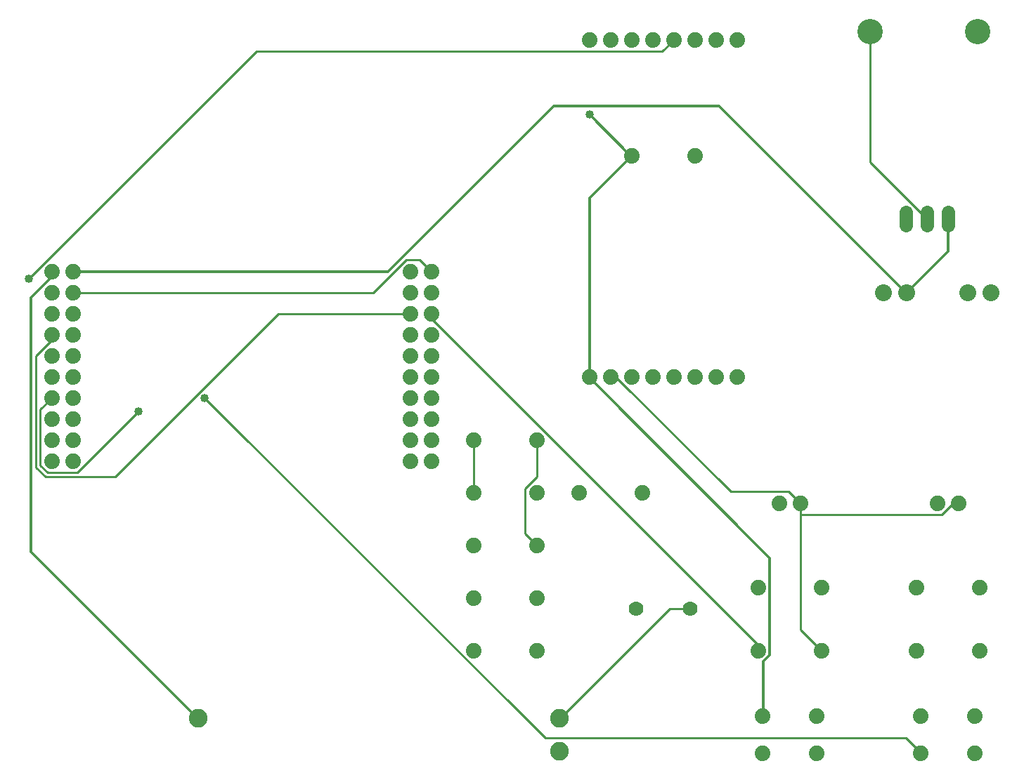
<source format=gbl>
G75*
%MOIN*%
%OFA0B0*%
%FSLAX25Y25*%
%IPPOS*%
%LPD*%
%AMOC8*
5,1,8,0,0,1.08239X$1,22.5*
%
%ADD10C,0.08000*%
%ADD11C,0.07400*%
%ADD12C,0.12000*%
%ADD13C,0.07000*%
%ADD14C,0.06400*%
%ADD15C,0.08858*%
%ADD16C,0.01000*%
%ADD17C,0.01200*%
%ADD18C,0.04000*%
D10*
X0416000Y0290000D03*
X0427000Y0290000D03*
X0456000Y0290000D03*
X0467000Y0290000D03*
D11*
X0451500Y0190000D03*
X0441500Y0190000D03*
X0431500Y0150000D03*
X0431500Y0120000D03*
X0461500Y0120000D03*
X0461500Y0150000D03*
X0459300Y0088900D03*
X0459300Y0071100D03*
X0433700Y0071100D03*
X0433700Y0088900D03*
X0384300Y0088900D03*
X0384300Y0071100D03*
X0358700Y0071100D03*
X0358700Y0088900D03*
X0356500Y0120000D03*
X0356500Y0150000D03*
X0386500Y0150000D03*
X0386500Y0120000D03*
X0376500Y0190000D03*
X0366500Y0190000D03*
X0346500Y0250000D03*
X0336500Y0250000D03*
X0326500Y0250000D03*
X0316500Y0250000D03*
X0306500Y0250000D03*
X0296500Y0250000D03*
X0286500Y0250000D03*
X0276500Y0250000D03*
X0251500Y0220000D03*
X0251500Y0195000D03*
X0271500Y0195000D03*
X0301500Y0195000D03*
X0251500Y0170000D03*
X0251500Y0145000D03*
X0251500Y0120000D03*
X0221500Y0120000D03*
X0221500Y0145000D03*
X0221500Y0170000D03*
X0221500Y0195000D03*
X0201500Y0210000D03*
X0201500Y0220000D03*
X0191500Y0220000D03*
X0191500Y0210000D03*
X0191500Y0230000D03*
X0191500Y0240000D03*
X0191500Y0250000D03*
X0191500Y0260000D03*
X0201500Y0260000D03*
X0201500Y0250000D03*
X0201500Y0240000D03*
X0201500Y0230000D03*
X0221500Y0220000D03*
X0201500Y0270000D03*
X0201500Y0280000D03*
X0201500Y0290000D03*
X0201500Y0300000D03*
X0191500Y0300000D03*
X0191500Y0290000D03*
X0191500Y0280000D03*
X0191500Y0270000D03*
X0296500Y0355000D03*
X0326500Y0355000D03*
X0326500Y0410000D03*
X0316500Y0410000D03*
X0306500Y0410000D03*
X0296500Y0410000D03*
X0286500Y0410000D03*
X0276500Y0410000D03*
X0336500Y0410000D03*
X0346500Y0410000D03*
X0031500Y0300000D03*
X0031500Y0290000D03*
X0031500Y0280000D03*
X0031500Y0270000D03*
X0021500Y0270000D03*
X0021500Y0280000D03*
X0021500Y0290000D03*
X0021500Y0300000D03*
X0021500Y0260000D03*
X0021500Y0250000D03*
X0021500Y0240000D03*
X0021500Y0230000D03*
X0031500Y0230000D03*
X0031500Y0240000D03*
X0031500Y0250000D03*
X0031500Y0260000D03*
X0031500Y0220000D03*
X0031500Y0210000D03*
X0021500Y0210000D03*
X0021500Y0220000D03*
D12*
X0409500Y0414000D03*
X0460500Y0414000D03*
D13*
X0324295Y0140000D03*
X0298705Y0140000D03*
D14*
X0426500Y0321800D02*
X0426500Y0328200D01*
X0436500Y0328200D02*
X0436500Y0321800D01*
X0446500Y0321800D02*
X0446500Y0328200D01*
D15*
X0262130Y0087874D03*
X0262130Y0072126D03*
X0090870Y0087874D03*
D16*
X0051500Y0202500D02*
X0018500Y0202500D01*
X0014000Y0207000D01*
X0014000Y0260000D01*
X0021500Y0267500D01*
X0021500Y0270000D01*
X0031500Y0290000D02*
X0174000Y0290000D01*
X0189500Y0305500D01*
X0196000Y0305500D01*
X0201500Y0300000D01*
X0201500Y0280000D02*
X0201500Y0277500D01*
X0356500Y0122500D01*
X0356500Y0120000D01*
X0376500Y0130000D02*
X0386500Y0120000D01*
X0376500Y0130000D02*
X0376500Y0184500D01*
X0443500Y0184500D01*
X0449000Y0190000D01*
X0451500Y0190000D01*
X0376500Y0190000D02*
X0376500Y0184500D01*
X0376500Y0190000D02*
X0371000Y0195500D01*
X0343500Y0195500D01*
X0289000Y0250000D01*
X0286500Y0250000D01*
X0251500Y0220000D02*
X0251500Y0202500D01*
X0246000Y0197000D01*
X0246000Y0175500D01*
X0251500Y0170000D01*
X0221500Y0195000D02*
X0221500Y0220000D01*
X0191500Y0280000D02*
X0129000Y0280000D01*
X0051500Y0202500D01*
X0033500Y0204500D02*
X0019500Y0204500D01*
X0016000Y0208000D01*
X0016000Y0234500D01*
X0021500Y0240000D01*
X0033500Y0204500D02*
X0062500Y0233500D01*
X0094000Y0240000D02*
X0255500Y0078500D01*
X0426500Y0078500D01*
X0433500Y0071500D01*
X0433700Y0071100D01*
X0324295Y0140000D02*
X0314500Y0140000D01*
X0262500Y0088000D01*
X0262130Y0087874D01*
X0010500Y0296500D02*
X0118500Y0404500D01*
X0311000Y0404500D01*
X0316500Y0410000D01*
X0409500Y0414000D02*
X0409500Y0352000D01*
X0436500Y0325000D01*
D17*
X0090870Y0087874D02*
X0090500Y0088000D01*
X0011500Y0167000D01*
X0011500Y0287500D01*
X0021500Y0297500D01*
X0021500Y0300000D01*
X0031500Y0300000D02*
X0181000Y0300000D01*
X0259500Y0378500D01*
X0338000Y0378500D01*
X0426500Y0290000D01*
X0427000Y0290000D01*
X0446500Y0309500D01*
X0446500Y0325000D01*
X0296500Y0355000D02*
X0296000Y0355000D01*
X0276500Y0374500D01*
X0296500Y0355000D02*
X0276500Y0335000D01*
X0276500Y0250000D01*
X0276500Y0249500D01*
X0362000Y0164000D01*
X0362000Y0118000D01*
X0359000Y0115000D01*
X0359000Y0089000D01*
X0358700Y0088900D01*
D18*
X0094000Y0240000D03*
X0062500Y0233500D03*
X0010500Y0296500D03*
X0276500Y0374500D03*
M02*

</source>
